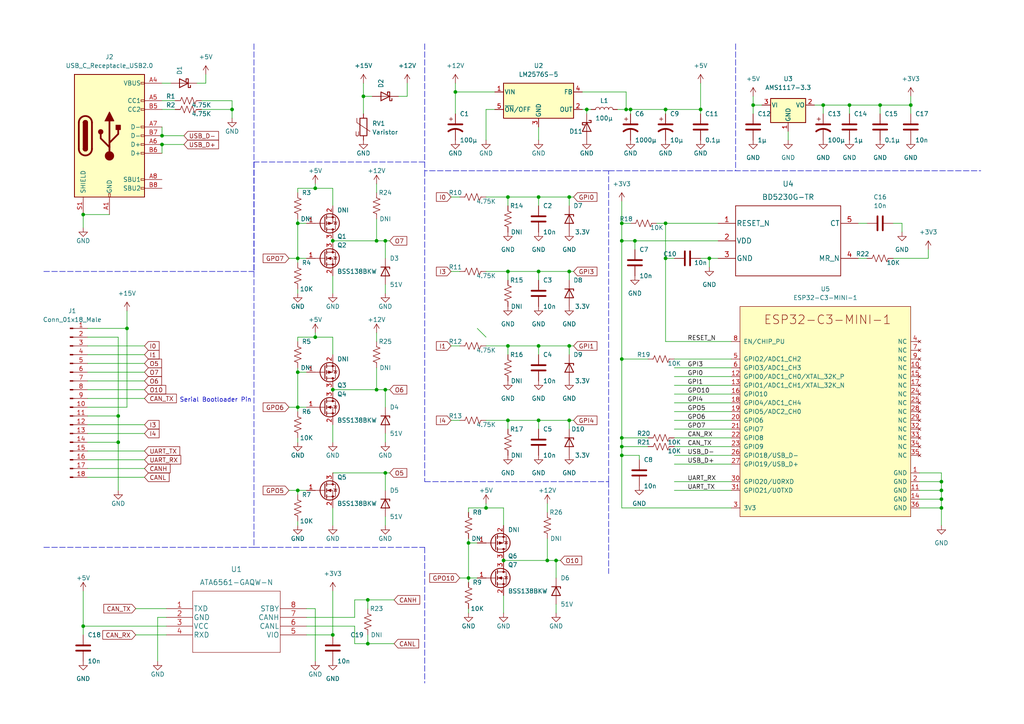
<source format=kicad_sch>
(kicad_sch (version 20211123) (generator eeschema)
  (paper "A4")
  (junction (at 67.31 31.75))
  (junction (at 96.52 113.03))
  (junction (at 106.68 186.69))
  (junction (at 156.21 100.33))
  (junction (at 158.75 162.56))
  (junction (at 109.22 113.03))
  (junction (at 184.15 69.85))
  (junction (at 193.04 64.77))
  (junction (at 165.1 121.92))
  (junction (at 140.97 147.32))
  (junction (at 24.13 62.23))
  (junction (at 180.34 69.85))
  (junction (at 86.36 142.24))
  (junction (at 36.83 95.25))
  (junction (at 106.68 173.99))
  (junction (at 165.1 78.74))
  (junction (at 273.05 144.78))
  (junction (at 146.05 162.56))
  (junction (at 135.89 167.64))
  (junction (at 111.76 69.85))
  (junction (at 180.34 64.77))
  (junction (at 91.44 54.61))
  (junction (at 273.05 142.24))
  (junction (at 246.38 30.48))
  (junction (at 205.74 74.93))
  (junction (at 111.76 113.03))
  (junction (at 193.04 74.93))
  (junction (at 86.36 118.11))
  (junction (at 135.89 157.48))
  (junction (at 156.21 121.92))
  (junction (at 255.27 30.48))
  (junction (at 203.2 31.75))
  (junction (at 161.29 162.56))
  (junction (at 156.21 57.15))
  (junction (at 46.99 41.91))
  (junction (at 182.88 31.75))
  (junction (at 96.52 184.15))
  (junction (at 109.22 69.85))
  (junction (at 264.16 30.48))
  (junction (at 180.34 104.14))
  (junction (at 273.05 147.32))
  (junction (at 165.1 100.33))
  (junction (at 96.52 69.85))
  (junction (at 273.05 139.7))
  (junction (at 180.34 129.54))
  (junction (at 180.34 127))
  (junction (at 218.44 30.48))
  (junction (at 147.32 78.74))
  (junction (at 147.32 100.33))
  (junction (at 156.21 78.74))
  (junction (at 181.61 31.75))
  (junction (at 86.36 64.77))
  (junction (at 180.34 132.08))
  (junction (at 34.29 128.27))
  (junction (at 238.76 30.48))
  (junction (at 105.41 27.94))
  (junction (at 193.04 31.75))
  (junction (at 147.32 57.15))
  (junction (at 34.29 120.65))
  (junction (at 86.36 107.95))
  (junction (at 46.99 39.37))
  (junction (at 86.36 74.93))
  (junction (at 165.1 57.15))
  (junction (at 111.76 137.16))
  (junction (at 24.13 181.61))
  (junction (at 91.44 97.79))
  (junction (at 170.18 31.75))
  (junction (at 147.32 121.92))
  (junction (at 132.08 26.67))
  (bus_entry (at 138.43 95.25) (size 2.54 2.54))
  (wire (pts (xy 106.68 184.15) (xy 106.68 186.69)))
  (polyline (pts (xy 123.19 49.53) (xy 123.19 139.7)))
  (wire (pts (xy 181.61 31.75) (xy 179.07 31.75)))
  (wire (pts (xy 39.37 176.53) (xy 48.26 176.53)))
  (wire (pts (xy 24.13 181.61) (xy 48.26 181.61)))
  (wire (pts (xy 96.52 80.01) (xy 96.52 85.09)))
  (wire (pts (xy 203.2 74.93) (xy 205.74 74.93)))
  (wire (pts (xy 195.58 104.14) (xy 212.09 104.14)))
  (wire (pts (xy 266.7 144.78) (xy 273.05 144.78)))
  (wire (pts (xy 236.22 30.48) (xy 238.76 30.48)))
  (polyline (pts (xy 123.19 158.75) (xy 123.19 198.12)))
  (wire (pts (xy 138.43 157.48) (xy 135.89 157.48)))
  (polyline (pts (xy 73.66 158.75) (xy 123.19 158.75)))
  (wire (pts (xy 161.29 162.56) (xy 161.29 167.64)))
  (wire (pts (xy 261.62 64.77) (xy 261.62 67.31)))
  (wire (pts (xy 25.4 120.65) (xy 34.29 120.65)))
  (polyline (pts (xy 213.36 12.7) (xy 213.36 49.53)))
  (wire (pts (xy 246.38 30.48) (xy 255.27 30.48)))
  (wire (pts (xy 67.31 29.21) (xy 67.31 31.75)))
  (wire (pts (xy 109.22 69.85) (xy 111.76 69.85)))
  (wire (pts (xy 165.1 78.74) (xy 165.1 81.28)))
  (wire (pts (xy 109.22 63.5) (xy 109.22 69.85)))
  (wire (pts (xy 140.97 146.05) (xy 140.97 147.32)))
  (wire (pts (xy 195.58 109.22) (xy 212.09 109.22)))
  (wire (pts (xy 130.81 78.74) (xy 133.35 78.74)))
  (wire (pts (xy 88.9 179.07) (xy 102.87 179.07)))
  (wire (pts (xy 195.58 116.84) (xy 212.09 116.84)))
  (wire (pts (xy 195.58 142.24) (xy 212.09 142.24)))
  (wire (pts (xy 180.34 127) (xy 187.96 127)))
  (wire (pts (xy 212.09 147.32) (xy 180.34 147.32)))
  (wire (pts (xy 88.9 176.53) (xy 91.44 176.53)))
  (wire (pts (xy 156.21 78.74) (xy 165.1 78.74)))
  (wire (pts (xy 203.2 31.75) (xy 203.2 33.02)))
  (wire (pts (xy 195.58 124.46) (xy 212.09 124.46)))
  (wire (pts (xy 165.1 57.15) (xy 166.37 57.15)))
  (wire (pts (xy 111.76 137.16) (xy 113.03 137.16)))
  (wire (pts (xy 109.22 113.03) (xy 111.76 113.03)))
  (wire (pts (xy 273.05 139.7) (xy 273.05 142.24)))
  (wire (pts (xy 180.34 58.42) (xy 180.34 64.77)))
  (wire (pts (xy 111.76 137.16) (xy 111.76 142.24)))
  (wire (pts (xy 218.44 30.48) (xy 220.98 30.48)))
  (wire (pts (xy 106.68 186.69) (xy 114.3 186.69)))
  (wire (pts (xy 146.05 147.32) (xy 146.05 152.4)))
  (wire (pts (xy 132.08 24.13) (xy 132.08 26.67)))
  (wire (pts (xy 135.89 156.21) (xy 135.89 157.48)))
  (wire (pts (xy 96.52 97.79) (xy 91.44 97.79)))
  (wire (pts (xy 135.89 157.48) (xy 135.89 167.64)))
  (wire (pts (xy 140.97 78.74) (xy 147.32 78.74)))
  (polyline (pts (xy 12.7 78.74) (xy 73.66 78.74)))
  (wire (pts (xy 259.08 64.77) (xy 261.62 64.77)))
  (wire (pts (xy 248.92 74.93) (xy 251.46 74.93)))
  (wire (pts (xy 193.04 74.93) (xy 193.04 99.06)))
  (wire (pts (xy 133.35 167.64) (xy 135.89 167.64)))
  (wire (pts (xy 102.87 186.69) (xy 106.68 186.69)))
  (wire (pts (xy 130.81 100.33) (xy 133.35 100.33)))
  (wire (pts (xy 24.13 184.15) (xy 24.13 181.61)))
  (wire (pts (xy 96.52 128.27) (xy 96.52 123.19)))
  (wire (pts (xy 24.13 62.23) (xy 31.75 62.23)))
  (wire (pts (xy 158.75 156.21) (xy 158.75 162.56)))
  (wire (pts (xy 255.27 30.48) (xy 264.16 30.48)))
  (wire (pts (xy 181.61 31.75) (xy 182.88 31.75)))
  (wire (pts (xy 266.7 142.24) (xy 273.05 142.24)))
  (wire (pts (xy 86.36 74.93) (xy 86.36 76.2)))
  (wire (pts (xy 195.58 114.3) (xy 212.09 114.3)))
  (wire (pts (xy 91.44 176.53) (xy 91.44 191.77)))
  (wire (pts (xy 57.15 24.13) (xy 59.69 24.13)))
  (wire (pts (xy 118.11 27.94) (xy 115.57 27.94)))
  (wire (pts (xy 39.37 184.15) (xy 48.26 184.15)))
  (wire (pts (xy 147.32 78.74) (xy 147.32 81.28)))
  (wire (pts (xy 184.15 69.85) (xy 184.15 72.39)))
  (wire (pts (xy 218.44 27.94) (xy 218.44 30.48)))
  (wire (pts (xy 132.08 33.02) (xy 132.08 26.67)))
  (wire (pts (xy 105.41 24.13) (xy 105.41 27.94)))
  (wire (pts (xy 266.7 147.32) (xy 273.05 147.32)))
  (wire (pts (xy 86.36 127) (xy 86.36 128.27)))
  (wire (pts (xy 180.34 69.85) (xy 184.15 69.85)))
  (wire (pts (xy 96.52 54.61) (xy 91.44 54.61)))
  (wire (pts (xy 193.04 74.93) (xy 195.58 74.93)))
  (wire (pts (xy 195.58 111.76) (xy 212.09 111.76)))
  (wire (pts (xy 273.05 144.78) (xy 273.05 147.32)))
  (wire (pts (xy 140.97 31.75) (xy 140.97 40.64)))
  (wire (pts (xy 228.6 38.1) (xy 228.6 40.64)))
  (wire (pts (xy 146.05 162.56) (xy 158.75 162.56)))
  (wire (pts (xy 83.82 118.11) (xy 86.36 118.11)))
  (wire (pts (xy 205.74 74.93) (xy 208.28 74.93)))
  (wire (pts (xy 140.97 147.32) (xy 135.89 147.32)))
  (wire (pts (xy 88.9 184.15) (xy 96.52 184.15)))
  (wire (pts (xy 25.4 130.81) (xy 41.91 130.81)))
  (wire (pts (xy 158.75 146.05) (xy 158.75 148.59)))
  (wire (pts (xy 111.76 85.09) (xy 111.76 82.55)))
  (wire (pts (xy 86.36 54.61) (xy 86.36 55.88)))
  (wire (pts (xy 158.75 162.56) (xy 161.29 162.56)))
  (wire (pts (xy 165.1 78.74) (xy 166.37 78.74)))
  (wire (pts (xy 105.41 27.94) (xy 105.41 33.02)))
  (wire (pts (xy 25.4 135.89) (xy 41.91 135.89)))
  (wire (pts (xy 182.88 31.75) (xy 182.88 33.02)))
  (wire (pts (xy 195.58 139.7) (xy 212.09 139.7)))
  (wire (pts (xy 180.34 127) (xy 180.34 129.54)))
  (wire (pts (xy 195.58 106.68) (xy 212.09 106.68)))
  (wire (pts (xy 195.58 127) (xy 212.09 127)))
  (wire (pts (xy 264.16 30.48) (xy 264.16 33.02)))
  (wire (pts (xy 25.4 133.35) (xy 41.91 133.35)))
  (polyline (pts (xy 123.19 139.7) (xy 176.53 139.7)))
  (wire (pts (xy 195.58 129.54) (xy 212.09 129.54)))
  (wire (pts (xy 86.36 107.95) (xy 86.36 118.11)))
  (wire (pts (xy 161.29 177.8) (xy 161.29 175.26)))
  (wire (pts (xy 161.29 162.56) (xy 162.56 162.56)))
  (wire (pts (xy 45.72 179.07) (xy 45.72 191.77)))
  (wire (pts (xy 193.04 31.75) (xy 203.2 31.75)))
  (wire (pts (xy 147.32 57.15) (xy 156.21 57.15)))
  (wire (pts (xy 130.81 57.15) (xy 133.35 57.15)))
  (wire (pts (xy 91.44 96.52) (xy 91.44 97.79)))
  (wire (pts (xy 58.42 29.21) (xy 67.31 29.21)))
  (wire (pts (xy 146.05 147.32) (xy 140.97 147.32)))
  (wire (pts (xy 34.29 128.27) (xy 34.29 142.24)))
  (wire (pts (xy 46.99 36.83) (xy 46.99 39.37)))
  (wire (pts (xy 25.4 102.87) (xy 41.91 102.87)))
  (wire (pts (xy 96.52 152.4) (xy 96.52 147.32)))
  (wire (pts (xy 147.32 57.15) (xy 147.32 59.69)))
  (wire (pts (xy 111.76 128.27) (xy 111.76 125.73)))
  (wire (pts (xy 67.31 31.75) (xy 67.31 34.29)))
  (wire (pts (xy 195.58 132.08) (xy 212.09 132.08)))
  (wire (pts (xy 168.91 31.75) (xy 170.18 31.75)))
  (wire (pts (xy 273.05 137.16) (xy 273.05 139.7)))
  (wire (pts (xy 46.99 29.21) (xy 50.8 29.21)))
  (wire (pts (xy 238.76 30.48) (xy 246.38 30.48)))
  (wire (pts (xy 86.36 64.77) (xy 86.36 74.93)))
  (wire (pts (xy 109.22 106.68) (xy 109.22 113.03)))
  (wire (pts (xy 203.2 24.13) (xy 203.2 31.75)))
  (wire (pts (xy 264.16 27.94) (xy 264.16 30.48)))
  (wire (pts (xy 88.9 107.95) (xy 86.36 107.95)))
  (wire (pts (xy 25.4 107.95) (xy 41.91 107.95)))
  (wire (pts (xy 140.97 100.33) (xy 147.32 100.33)))
  (polyline (pts (xy 176.53 49.53) (xy 284.48 49.53)))
  (wire (pts (xy 170.18 31.75) (xy 170.18 33.02)))
  (wire (pts (xy 180.34 104.14) (xy 187.96 104.14)))
  (polyline (pts (xy 12.7 158.75) (xy 73.66 158.75)))
  (wire (pts (xy 96.52 113.03) (xy 109.22 113.03)))
  (wire (pts (xy 91.44 97.79) (xy 86.36 97.79)))
  (wire (pts (xy 165.1 100.33) (xy 165.1 102.87)))
  (wire (pts (xy 180.34 104.14) (xy 180.34 127)))
  (wire (pts (xy 147.32 100.33) (xy 156.21 100.33)))
  (wire (pts (xy 195.58 121.92) (xy 212.09 121.92)))
  (wire (pts (xy 105.41 27.94) (xy 107.95 27.94)))
  (wire (pts (xy 59.69 24.13) (xy 59.69 21.59)))
  (wire (pts (xy 96.52 102.87) (xy 96.52 97.79)))
  (wire (pts (xy 91.44 54.61) (xy 86.36 54.61)))
  (wire (pts (xy 135.89 167.64) (xy 135.89 168.91)))
  (wire (pts (xy 156.21 100.33) (xy 156.21 102.87)))
  (wire (pts (xy 140.97 121.92) (xy 147.32 121.92)))
  (wire (pts (xy 36.83 95.25) (xy 36.83 118.11)))
  (wire (pts (xy 195.58 134.62) (xy 212.09 134.62)))
  (polyline (pts (xy 123.19 12.7) (xy 123.19 49.53)))
  (wire (pts (xy 147.32 121.92) (xy 147.32 124.46)))
  (wire (pts (xy 165.1 100.33) (xy 166.37 100.33)))
  (wire (pts (xy 34.29 120.65) (xy 34.29 128.27)))
  (wire (pts (xy 25.4 115.57) (xy 41.91 115.57)))
  (wire (pts (xy 156.21 78.74) (xy 156.21 81.28)))
  (wire (pts (xy 165.1 57.15) (xy 165.1 59.69)))
  (wire (pts (xy 24.13 181.61) (xy 24.13 171.45)))
  (wire (pts (xy 147.32 121.92) (xy 156.21 121.92)))
  (wire (pts (xy 86.36 106.68) (xy 86.36 107.95)))
  (wire (pts (xy 58.42 31.75) (xy 67.31 31.75)))
  (wire (pts (xy 109.22 53.34) (xy 109.22 55.88)))
  (wire (pts (xy 130.81 121.92) (xy 133.35 121.92)))
  (wire (pts (xy 156.21 57.15) (xy 165.1 57.15)))
  (polyline (pts (xy 176.53 139.7) (xy 176.53 166.37)))
  (wire (pts (xy 111.76 69.85) (xy 111.76 74.93)))
  (wire (pts (xy 205.74 74.93) (xy 205.74 77.47)))
  (wire (pts (xy 184.15 69.85) (xy 208.28 69.85)))
  (wire (pts (xy 102.87 179.07) (xy 102.87 173.99)))
  (wire (pts (xy 132.08 26.67) (xy 143.51 26.67)))
  (wire (pts (xy 185.42 133.35) (xy 185.42 132.08)))
  (wire (pts (xy 135.89 167.64) (xy 138.43 167.64)))
  (wire (pts (xy 25.4 110.49) (xy 41.91 110.49)))
  (wire (pts (xy 266.7 137.16) (xy 273.05 137.16)))
  (wire (pts (xy 111.76 69.85) (xy 113.03 69.85)))
  (wire (pts (xy 273.05 142.24) (xy 273.05 144.78)))
  (wire (pts (xy 88.9 142.24) (xy 86.36 142.24)))
  (wire (pts (xy 246.38 30.48) (xy 246.38 33.02)))
  (wire (pts (xy 147.32 78.74) (xy 156.21 78.74)))
  (wire (pts (xy 83.82 142.24) (xy 86.36 142.24)))
  (wire (pts (xy 24.13 62.23) (xy 24.13 66.04)))
  (wire (pts (xy 180.34 64.77) (xy 182.88 64.77)))
  (polyline (pts (xy 73.66 78.74) (xy 73.66 158.75)))
  (wire (pts (xy 135.89 147.32) (xy 135.89 148.59)))
  (wire (pts (xy 193.04 99.06) (xy 212.09 99.06)))
  (wire (pts (xy 86.36 83.82) (xy 86.36 85.09)))
  (wire (pts (xy 25.4 118.11) (xy 36.83 118.11)))
  (wire (pts (xy 34.29 97.79) (xy 34.29 120.65)))
  (wire (pts (xy 46.99 31.75) (xy 50.8 31.75)))
  (wire (pts (xy 102.87 173.99) (xy 106.68 173.99)))
  (wire (pts (xy 181.61 26.67) (xy 181.61 31.75)))
  (polyline (pts (xy 176.53 49.53) (xy 123.19 49.53)))
  (wire (pts (xy 156.21 40.64) (xy 156.21 36.83)))
  (wire (pts (xy 259.08 74.93) (xy 269.24 74.93)))
  (wire (pts (xy 135.89 176.53) (xy 135.89 177.8)))
  (wire (pts (xy 86.36 151.13) (xy 86.36 152.4)))
  (wire (pts (xy 25.4 113.03) (xy 41.91 113.03)))
  (wire (pts (xy 106.68 173.99) (xy 106.68 176.53)))
  (wire (pts (xy 248.92 64.77) (xy 251.46 64.77)))
  (wire (pts (xy 146.05 177.8) (xy 146.05 172.72)))
  (wire (pts (xy 165.1 121.92) (xy 166.37 121.92)))
  (wire (pts (xy 46.99 41.91) (xy 46.99 44.45)))
  (wire (pts (xy 180.34 132.08) (xy 180.34 129.54)))
  (wire (pts (xy 111.76 152.4) (xy 111.76 149.86)))
  (wire (pts (xy 180.34 132.08) (xy 185.42 132.08)))
  (wire (pts (xy 190.5 64.77) (xy 193.04 64.77)))
  (wire (pts (xy 48.26 179.07) (xy 45.72 179.07)))
  (wire (pts (xy 273.05 139.7) (xy 266.7 139.7)))
  (wire (pts (xy 88.9 181.61) (xy 102.87 181.61)))
  (wire (pts (xy 25.4 97.79) (xy 34.29 97.79)))
  (wire (pts (xy 25.4 100.33) (xy 41.91 100.33)))
  (wire (pts (xy 182.88 31.75) (xy 193.04 31.75)))
  (wire (pts (xy 96.52 137.16) (xy 111.76 137.16)))
  (wire (pts (xy 96.52 184.15) (xy 96.52 171.45)))
  (wire (pts (xy 86.36 118.11) (xy 88.9 118.11)))
  (wire (pts (xy 165.1 121.92) (xy 165.1 124.46)))
  (wire (pts (xy 156.21 57.15) (xy 156.21 59.69)))
  (wire (pts (xy 46.99 41.91) (xy 53.34 41.91)))
  (wire (pts (xy 156.21 121.92) (xy 165.1 121.92)))
  (wire (pts (xy 86.36 63.5) (xy 86.36 64.77)))
  (wire (pts (xy 170.18 31.75) (xy 171.45 31.75)))
  (wire (pts (xy 86.36 142.24) (xy 86.36 143.51)))
  (wire (pts (xy 168.91 26.67) (xy 181.61 26.67)))
  (wire (pts (xy 83.82 74.93) (xy 86.36 74.93)))
  (wire (pts (xy 156.21 100.33) (xy 165.1 100.33)))
  (wire (pts (xy 96.52 59.69) (xy 96.52 54.61)))
  (wire (pts (xy 156.21 121.92) (xy 156.21 124.46)))
  (wire (pts (xy 218.44 30.48) (xy 218.44 33.02)))
  (wire (pts (xy 180.34 147.32) (xy 180.34 132.08)))
  (wire (pts (xy 46.99 39.37) (xy 53.34 39.37)))
  (wire (pts (xy 25.4 128.27) (xy 34.29 128.27)))
  (wire (pts (xy 25.4 138.43) (xy 41.91 138.43)))
  (polyline (pts (xy 73.66 12.7) (xy 73.66 78.74)))
  (wire (pts (xy 86.36 97.79) (xy 86.36 99.06)))
  (wire (pts (xy 86.36 118.11) (xy 86.36 119.38)))
  (wire (pts (xy 106.68 173.99) (xy 114.3 173.99)))
  (wire (pts (xy 96.52 69.85) (xy 109.22 69.85)))
  (wire (pts (xy 109.22 96.52) (xy 109.22 99.06)))
  (wire (pts (xy 102.87 181.61) (xy 102.87 186.69)))
  (wire (pts (xy 25.4 95.25) (xy 36.83 95.25)))
  (wire (pts (xy 91.44 53.34) (xy 91.44 54.61)))
  (wire (pts (xy 86.36 74.93) (xy 88.9 74.93)))
  (wire (pts (xy 25.4 123.19) (xy 41.91 123.19)))
  (polyline (pts (xy 176.53 139.7) (xy 176.53 49.53)))
  (wire (pts (xy 147.32 100.33) (xy 147.32 102.87)))
  (wire (pts (xy 269.24 74.93) (xy 269.24 72.39)))
  (wire (pts (xy 143.51 31.75) (xy 140.97 31.75)))
  (wire (pts (xy 111.76 113.03) (xy 111.76 118.11)))
  (wire (pts (xy 140.97 57.15) (xy 147.32 57.15)))
  (polyline (pts (xy 73.66 46.99) (xy 73.66 78.74)))
  (wire (pts (xy 193.04 31.75) (xy 193.04 33.02)))
  (wire (pts (xy 180.34 69.85) (xy 180.34 104.14)))
  (wire (pts (xy 180.34 64.77) (xy 180.34 69.85)))
  (wire (pts (xy 118.11 24.13) (xy 118.11 27.94)))
  (wire (pts (xy 46.99 24.13) (xy 49.53 24.13)))
  (wire (pts (xy 88.9 64.77) (xy 86.36 64.77)))
  (wire (pts (xy 25.4 105.41) (xy 41.91 105.41)))
  (wire (pts (xy 193.04 64.77) (xy 193.04 74.93)))
  (polyline (pts (xy 123.19 46.99) (xy 123.19 46.99)))
  (wire (pts (xy 187.96 129.54) (xy 180.34 129.54)))
  (wire (pts (xy 208.28 64.77) (xy 193.04 64.77)))
  (wire (pts (xy 238.76 30.48) (xy 238.76 33.02)))
  (wire (pts (xy 111.76 113.03) (xy 113.03 113.03)))
  (polyline (pts (xy 123.19 46.99) (xy 73.66 46.99)))
  (wire (pts (xy 273.05 147.32) (xy 273.05 152.4)))
  (wire (pts (xy 195.58 119.38) (xy 212.09 119.38)))
  (wire (pts (xy 25.4 125.73) (xy 41.91 125.73)))
  (wire (pts (xy 255.27 30.48) (xy 255.27 33.02)))
  (wire (pts (xy 36.83 90.17) (xy 36.83 95.25)))
  (text "Serial Bootloader Pin" (at 52.07 116.84 0) (effects (font (size 1.27 1.27)) (justify left bottom)))
  (label "CAN_RX" (at 199.39 127 0))
  (label "RESET_N" (at 199.39 99.06 0))
  (label "GPO10" (at 199.39 114.3 0))
  (label "GPI1" (at 199.39 111.76 0))
  (label "GPI3" (at 199.39 106.68 0))
  (label "GPO5" (at 199.39 119.38 0))
  (label "GPO7" (at 199.39 124.46 0))
  (label "GPI0" (at 199.39 109.22 0))
  (label "USB_D-" (at 199.39 132.08 0))
  (label "CAN_TX" (at 199.39 129.54 0))
  (label "USB_D+" (at 199.39 134.62 0))
  (label "GPO6" (at 199.39 121.92 0))
  (label "UART_TX" (at 199.39 142.24 0))
  (label "GPI4" (at 199.39 116.84 0))
  (label "UART_RX" (at 199.39 139.7 0))
  (global_label "USB_D-" (shape input) (at 53.34 39.37 0) (property "Intersheet References" "${INTERSHEET_REFS}" (effects hide)))
  (global_label "CAN_TX" (shape input) (at 41.91 115.57 0) (property "Intersheet References" "${INTERSHEET_REFS}" (effects hide)))
  (global_label "I4" (shape input) (at 41.91 125.73 0) (property "Intersheet References" "${INTERSHEET_REFS}" (effects hide)))
  (global_label "O5" (shape input) (at 41.91 105.41 0) (property "Intersheet References" "${INTERSHEET_REFS}" (effects hide)))
  (global_label "GPI1" (shape input) (at 166.37 100.33 0) (property "Intersheet References" "${INTERSHEET_REFS}" (effects hide)))
  (global_label "I3" (shape input) (at 41.91 123.19 0) (property "Intersheet References" "${INTERSHEET_REFS}" (effects hide)))
  (global_label "CANL" (shape input) (at 41.91 138.43 0) (property "Intersheet References" "${INTERSHEET_REFS}" (effects hide)))
  (global_label "I4" (shape input) (at 130.81 121.92 180) (property "Intersheet References" "${INTERSHEET_REFS}" (effects hide)))
  (global_label "O5" (shape input) (at 113.03 137.16 0) (property "Intersheet References" "${INTERSHEET_REFS}" (effects hide)))
  (global_label "GPI0" (shape input) (at 166.37 57.15 0) (property "Intersheet References" "${INTERSHEET_REFS}" (effects hide)))
  (global_label "I0" (shape input) (at 130.81 57.15 180) (property "Intersheet References" "${INTERSHEET_REFS}" (effects hide)))
  (global_label "I3" (shape input) (at 130.81 78.74 180) (property "Intersheet References" "${INTERSHEET_REFS}" (effects hide)))
  (global_label "O10" (shape input) (at 41.91 113.03 0) (property "Intersheet References" "${INTERSHEET_REFS}" (effects hide)))
  (global_label "GPO10" (shape input) (at 133.35 167.64 180) (property "Intersheet References" "${INTERSHEET_REFS}" (effects hide)))
  (global_label "O7" (shape input) (at 113.03 69.85 0) (property "Intersheet References" "${INTERSHEET_REFS}" (effects hide)))
  (global_label "O10" (shape input) (at 162.56 162.56 0) (property "Intersheet References" "${INTERSHEET_REFS}" (effects hide)))
  (global_label "GPO6" (shape input) (at 83.82 118.11 180) (property "Intersheet References" "${INTERSHEET_REFS}" (effects hide)))
  (global_label "GPI4" (shape input) (at 166.37 121.92 0) (property "Intersheet References" "${INTERSHEET_REFS}" (effects hide)))
  (global_label "CANL" (shape input) (at 114.3 186.69 0) (property "Intersheet References" "${INTERSHEET_REFS}" (effects hide)))
  (global_label "I1" (shape input) (at 130.81 100.33 180) (property "Intersheet References" "${INTERSHEET_REFS}" (effects hide)))
  (global_label "UART_RX" (shape input) (at 41.91 133.35 0) (property "Intersheet References" "${INTERSHEET_REFS}" (effects hide)))
  (global_label "UART_TX" (shape input) (at 41.91 130.81 0) (property "Intersheet References" "${INTERSHEET_REFS}" (effects hide)))
  (global_label "CAN_TX" (shape input) (at 39.37 176.53 180) (property "Intersheet References" "${INTERSHEET_REFS}" (effects hide)))
  (global_label "GPO7" (shape input) (at 83.82 74.93 180) (property "Intersheet References" "${INTERSHEET_REFS}" (effects hide)))
  (global_label "O6" (shape input) (at 113.03 113.03 0) (property "Intersheet References" "${INTERSHEET_REFS}" (effects hide)))
  (global_label "I1" (shape input) (at 41.91 102.87 0) (property "Intersheet References" "${INTERSHEET_REFS}" (effects hide)))
  (global_label "I0" (shape input) (at 41.91 100.33 0) (property "Intersheet References" "${INTERSHEET_REFS}" (effects hide)))
  (global_label "CAN_RX" (shape input) (at 39.37 184.15 180) (property "Intersheet References" "${INTERSHEET_REFS}" (effects hide)))
  (global_label "CANH" (shape input) (at 114.3 173.99 0) (property "Intersheet References" "${INTERSHEET_REFS}" (effects hide)))
  (global_label "O7" (shape input) (at 41.91 107.95 0) (property "Intersheet References" "${INTERSHEET_REFS}" (effects hide)))
  (global_label "CANH" (shape input) (at 41.91 135.89 0) (property "Intersheet References" "${INTERSHEET_REFS}" (effects hide)))
  (global_label "GPI3" (shape input) (at 166.37 78.74 0) (property "Intersheet References" "${INTERSHEET_REFS}" (effects hide)))
  (global_label "USB_D+" (shape input) (at 53.34 41.91 0) (property "Intersheet References" "${INTERSHEET_REFS}" (effects hide)))
  (global_label "GPO5" (shape input) (at 83.82 142.24 180) (property "Intersheet References" "${INTERSHEET_REFS}" (effects hide)))
  (global_label "O6" (shape input) (at 41.91 110.49 0) (property "Intersheet References" "${INTERSHEET_REFS}" (effects hide)))
  (symbol (lib_id "Device:C") (at 24.13 187.96 0) (unit 1)
    (property "Reference" "C18" (at 25.4 184.15 0) (effects (justify left)))
    (property "Value" "10n" (at 25.4 191.77 0) (effects (justify left)))
    (property "Footprint" "Capacitor_SMD:C_0603_1608Metric_Pad1.08x0.95mm_HandSolder" (effects hide))
  )
  (symbol (lib_id "Device:C") (at 255.27 36.83 0) (unit 1)
    (property "Reference" "C15" (at 256.54 33.02 0) (effects (justify left)))
    (property "Value" "0.1μ" (at 256.54 40.64 0) (effects (justify left)))
    (property "Footprint" "Capacitor_SMD:C_0603_1608Metric_Pad1.08x0.95mm_HandSolder" (effects hide))
  )
  (symbol (lib_id "Device:C") (at 96.52 187.96 0) (unit 1)
    (property "Reference" "C19" (at 101.6 184.15 0) (effects (justify left)))
    (property "Value" "10n" (at 97.79 191.77 0) (effects (justify left)))
    (property "Footprint" "Capacitor_SMD:C_0603_1608Metric_Pad1.08x0.95mm_HandSolder" (effects hide))
  )
  (symbol (lib_id "power:+12V") (at 109.22 53.34 0) (unit 1)
    (property "Reference" "#PWR02" (effects hide))
    (property "Value" "+12V" (at 109.22 49.53 0))
  )
  (symbol (lib_id "Transistor_FET_cont:BSS84AKW") (at 93.98 64.77 0) (mirror x) (unit 1)
    (property "Reference" "Q1" (at 97.79 68.58 0) (effects (justify left)))
    (property "Value" "DNI" (at 97.79 60.96 0) (effects (justify left)))
    (property "Footprint" "Package_TO_SOT_SMD:SOT-323_SC-70_Handsoldering" (effects hide))
    (property "Datasheet" "https://assets.nexperia.com/documents/data-sheet/BSS84AKW.pdf" (effects hide))
  )
  (symbol (lib_id "Device:C") (at 264.16 36.83 0) (unit 1)
    (property "Reference" "C17" (at 265.43 33.02 0) (effects (justify left)))
    (property "Value" "10n" (at 265.43 40.64 0) (effects (justify left)))
    (property "Footprint" "Capacitor_SMD:C_0603_1608Metric_Pad1.08x0.95mm_HandSolder" (effects hide))
  )
  (symbol (lib_id "Device:C") (at 255.27 64.77 90) (unit 1)
    (property "Reference" "C16" (at 255.27 57.15 90))
    (property "Value" "10n" (at 255.27 59.69 90))
    (property "Footprint" "Capacitor_SMD:C_0603_1608Metric_Pad1.08x0.95mm_HandSolder" (effects hide))
  )
  (symbol (lib_id "power:GND") (at 105.41 40.64 0) (unit 1)
    (property "Reference" "#PWR0156" (effects hide))
    (property "Value" "GND" (at 105.41 44.45 0))
  )
  (symbol (lib_id "Device:C_Polarized_US") (at 193.04 36.83 0) (unit 1)
    (property "Reference" "C9" (at 194.31 33.02 0) (effects (justify left)))
    (property "Value" "10μ" (at 194.31 40.64 0) (effects (justify left)))
    (property "Footprint" "Capacitor_SMD:C_0603_1608Metric_Pad1.08x0.95mm_HandSolder" (effects hide))
  )
  (symbol (lib_id "power:GND") (at 147.32 110.49 0) (unit 1)
    (property "Reference" "#PWR0132" (effects hide))
    (property "Value" "GND" (at 147.32 115.57 0))
  )
  (symbol (lib_id "Device:D_Zener") (at 165.1 63.5 270) (unit 1)
    (property "Reference" "D7" (at 167.64 59.69 90))
    (property "Value" "3.3V" (at 168.91 67.31 90))
    (property "Footprint" "Diode_SMD:D_SOD-123" (effects hide))
  )
  (symbol (lib_id "Device:R_US") (at 135.89 152.4 180) (unit 1)
    (property "Reference" "R8" (at 138.43 148.59 0))
    (property "Value" "DNI" (at 138.43 156.21 0))
    (property "Footprint" "Resistor_SMD:R_0603_1608Metric_Pad0.98x0.95mm_HandSolder" (effects hide))
  )
  (symbol (lib_id "power:GND") (at 86.36 128.27 0) (unit 1)
    (property "Reference" "#PWR0145" (effects hide))
    (property "Value" "GND" (at 86.36 132.08 0))
  )
  (symbol (lib_id "power:+3.3V") (at 269.24 72.39 0) (unit 1)
    (property "Reference" "#PWR0110" (effects hide))
    (property "Value" "+3.3V" (at 269.24 67.31 0))
  )
  (symbol (lib_id "Device:R_US") (at 109.22 102.87 180) (unit 1)
    (property "Reference" "R25" (at 111.76 99.06 0))
    (property "Value" "DNI" (at 111.76 106.68 0))
    (property "Footprint" "Resistor_SMD:R_0603_1608Metric_Pad0.98x0.95mm_HandSolder" (effects hide))
  )
  (symbol (lib_id "Device:R_US") (at 147.32 128.27 180) (unit 1)
    (property "Reference" "R17" (at 149.86 124.46 0))
    (property "Value" "DNI" (at 149.86 132.08 0))
    (property "Footprint" "Resistor_SMD:R_0603_1608Metric_Pad0.98x0.95mm_HandSolder" (effects hide))
  )
  (symbol (lib_id "power:GND") (at 218.44 40.64 0) (unit 1)
    (property "Reference" "#PWR0104" (effects hide))
    (property "Value" "GND" (at 218.44 45.72 0))
  )
  (symbol (lib_id "Device:C") (at 156.21 106.68 0) (unit 1)
    (property "Reference" "C4" (at 157.48 102.87 0) (effects (justify left)))
    (property "Value" "10n" (at 157.48 110.49 0) (effects (justify left)))
    (property "Footprint" "Capacitor_SMD:C_0603_1608Metric_Pad1.08x0.95mm_HandSolder" (effects hide))
  )
  (symbol (lib_id "Device:C_Polarized_US") (at 132.08 36.83 0) (unit 1)
    (property "Reference" "C1" (at 133.35 33.02 0) (effects (justify left)))
    (property "Value" "100μ" (at 133.35 40.64 0) (effects (justify left)))
    (property "Footprint" "Capacitor_SMD:CP_Elec_10x10.5" (effects hide))
  )
  (symbol (lib_id "Device:C") (at 156.21 63.5 0) (unit 1)
    (property "Reference" "C2" (at 157.48 59.69 0) (effects (justify left)))
    (property "Value" "10n" (at 157.48 67.31 0) (effects (justify left)))
    (property "Footprint" "Capacitor_SMD:C_0603_1608Metric_Pad1.08x0.95mm_HandSolder" (effects hide))
  )
  (symbol (lib_id "Regulator_Linear:AMS1117-3.3") (at 228.6 30.48 0) (unit 1)
    (property "Reference" "U3" (at 228.6 22.86 0))
    (property "Value" "AMS1117-3.3" (at 228.6 25.4 0))
    (property "Footprint" "Package_TO_SOT_SMD:SOT-223-3_TabPin2" (effects hide))
    (property "Datasheet" "http://www.advanced-monolithic.com/pdf/ds1117.pdf" (effects hide))
  )
  (symbol (lib_id "power:GND") (at 140.97 40.64 0) (unit 1)
    (property "Reference" "#PWR0124" (effects hide))
    (property "Value" "GND" (at 140.97 44.45 0))
  )
  (symbol (lib_id "Regulator_Switching:LM2576S-5") (at 156.21 29.21 0) (unit 1)
    (property "Reference" "U2" (at 156.21 19.05 0))
    (property "Value" "LM2576S-5" (at 156.21 21.59 0))
    (property "Footprint" "Package_TO_SOT_SMD:TO-263-5_TabPin3" (effects hide))
    (property "Datasheet" "http://www.ti.com/lit/ds/symlink/lm2576.pdf" (effects hide))
  )
  (symbol (lib_id "Device:C") (at 156.21 85.09 0) (unit 1)
    (property "Reference" "C3" (at 157.48 81.28 0) (effects (justify left)))
    (property "Value" "10n" (at 157.48 88.9 0) (effects (justify left)))
    (property "Footprint" "Capacitor_SMD:C_0603_1608Metric_Pad1.08x0.95mm_HandSolder" (effects hide))
  )
  (symbol (lib_id "power:GND") (at 255.27 40.64 0) (unit 1)
    (property "Reference" "#PWR0106" (effects hide))
    (property "Value" "GND" (at 255.27 45.72 0))
  )
  (symbol (lib_id "power:GND") (at 185.42 140.97 0) (unit 1)
    (property "Reference" "#PWR0120" (effects hide))
    (property "Value" "GND" (at 185.42 146.05 0))
  )
  (symbol (lib_id "power:GND") (at 156.21 40.64 0) (unit 1)
    (property "Reference" "#PWR0125" (effects hide))
    (property "Value" "GND" (at 156.21 44.45 0))
  )
  (symbol (lib_id "power:GND") (at 86.36 85.09 0) (unit 1)
    (property "Reference" "#PWR0152" (effects hide))
    (property "Value" "GND" (at 86.36 88.9 0))
  )
  (symbol (lib_id "power:+12V") (at 158.75 146.05 0) (unit 1)
    (property "Reference" "#PWR04" (effects hide))
    (property "Value" "+12V" (at 158.75 142.24 0))
  )
  (symbol (lib_id "Device:R_US") (at 86.36 147.32 180) (unit 1)
    (property "Reference" "R7" (at 88.9 143.51 0))
    (property "Value" "10K" (at 88.9 151.13 0))
    (property "Footprint" "Resistor_SMD:R_0603_1608Metric_Pad0.98x0.95mm_HandSolder" (effects hide))
  )
  (symbol (lib_id "power:+15V") (at 105.41 24.13 0) (unit 1)
    (property "Reference" "#PWR0158" (effects hide))
    (property "Value" "+15V" (at 105.41 19.05 0))
  )
  (symbol (lib_id "power:+5V") (at 91.44 96.52 0) (unit 1)
    (property "Reference" "#PWR0150" (effects hide))
    (property "Value" "+5V" (at 91.44 92.71 0))
  )
  (symbol (lib_id "Device:R_US") (at 86.36 59.69 180) (unit 1)
    (property "Reference" "R3" (at 88.9 55.88 0))
    (property "Value" "DNI" (at 88.9 63.5 0))
    (property "Footprint" "Resistor_SMD:R_0603_1608Metric_Pad0.98x0.95mm_HandSolder" (effects hide))
  )
  (symbol (lib_id "power:GND") (at 238.76 40.64 0) (unit 1)
    (property "Reference" "#PWR0101" (effects hide))
    (property "Value" "GND" (at 238.76 45.72 0))
  )
  (symbol (lib_id "power:GND") (at 111.76 85.09 0) (unit 1)
    (property "Reference" "#PWR0163" (effects hide))
    (property "Value" "GND" (at 111.76 88.9 0))
  )
  (symbol (lib_id "Device:R_US") (at 191.77 127 90) (unit 1)
    (property "Reference" "R20" (at 186.69 125.73 90))
    (property "Value" "10K" (at 195.58 128.27 90))
    (property "Footprint" "Resistor_SMD:R_0603_1608Metric_Pad0.98x0.95mm_HandSolder" (effects hide))
  )
  (symbol (lib_id "Espressif:ESP32-C3-MINI-1") (at 238.76 120.65 0) (unit 1)
    (property "Reference" "U5" (at 239.395 83.82 0))
    (property "Value" "ESP32-C3-MINI-1" (at 239.395 86.36 0))
    (property "Footprint" "Espressif:ESP32-C3-MINI-1" (effects hide))
    (property "Datasheet" "https://www.espressif.com/sites/default/files/documentation/esp32-c3-mini-1_datasheet_en.pdf" (effects hide))
  )
  (symbol (lib_id "power:GND") (at 132.08 40.64 0) (unit 1)
    (property "Reference" "#PWR0126" (effects hide))
    (property "Value" "GND" (at 132.08 44.45 0))
  )
  (symbol (lib_id "Device:L") (at 175.26 31.75 90) (unit 1)
    (property "Reference" "L1" (at 175.26 29.21 90))
    (property "Value" "100μ" (at 175.26 34.29 90))
    (property "Footprint" "Inductor_SMD:L_12x12mm_H4.5mm" (effects hide))
  )
  (symbol (lib_id "Device:D_Zener") (at 111.76 121.92 270) (unit 1)
    (property "Reference" "D4" (at 113.03 118.11 90) (effects (justify left)))
    (property "Value" "51V" (at 113.03 125.73 90) (effects (justify left)))
    (property "Footprint" "Diode_SMD:D_SOD-123" (effects hide))
  )
  (symbol (lib_id "Device:R_US") (at 158.75 152.4 180) (unit 1)
    (property "Reference" "R26" (at 161.29 148.59 0))
    (property "Value" "DNI" (at 161.29 156.21 0))
    (property "Footprint" "Resistor_SMD:R_0603_1608Metric_Pad0.98x0.95mm_HandSolder" (effects hide))
  )
  (symbol (lib_id "power:GND") (at 165.1 132.08 0) (unit 1)
    (property "Reference" "#PWR0134" (effects hide))
    (property "Value" "GND" (at 165.1 137.16 0))
  )
  (symbol (lib_id "power:GND") (at 146.05 177.8 0) (unit 1)
    (property "Reference" "#PWR0139" (effects hide))
    (property "Value" "GND" (at 146.05 181.61 0))
  )
  (symbol (lib_id "power:GND") (at 273.05 152.4 0) (unit 1)
    (property "Reference" "#PWR0119" (effects hide))
    (property "Value" "GND" (at 273.05 157.48 0))
  )
  (symbol (lib_id "power:GND") (at 205.74 77.47 0) (unit 1)
    (property "Reference" "#PWR0111" (effects hide))
    (property "Value" "GND" (at 205.74 82.55 0))
  )
  (symbol (lib_id "Device:C") (at 218.44 36.83 0) (unit 1)
    (property "Reference" "C12" (at 219.71 33.02 0) (effects (justify left)))
    (property "Value" "1μ" (at 219.71 40.64 0) (effects (justify left)))
    (property "Footprint" "Capacitor_SMD:C_0603_1608Metric_Pad1.08x0.95mm_HandSolder" (effects hide))
  )
  (symbol (lib_id "power:GND") (at 170.18 40.64 0) (unit 1)
    (property "Reference" "#PWR0117" (effects hide))
    (property "Value" "GND" (at 170.18 44.45 0))
  )
  (symbol (lib_id "power:GND") (at 147.32 88.9 0) (unit 1)
    (property "Reference" "#PWR0129" (effects hide))
    (property "Value" "GND" (at 147.32 93.98 0))
  )
  (symbol (lib_id "Device:R_US") (at 147.32 85.09 180) (unit 1)
    (property "Reference" "R15" (at 149.86 81.28 0))
    (property "Value" "DNI" (at 149.86 88.9 0))
    (property "Footprint" "Resistor_SMD:R_0603_1608Metric_Pad0.98x0.95mm_HandSolder" (effects hide))
  )
  (symbol (lib_id "Device:D_Zener") (at 161.29 171.45 270) (unit 1)
    (property "Reference" "D6" (at 162.56 167.64 90) (effects (justify left)))
    (property "Value" "51V" (at 162.56 175.26 90) (effects (justify left)))
    (property "Footprint" "Diode_SMD:D_SOD-123" (effects hide))
  )
  (symbol (lib_id "Device:R_US") (at 186.69 64.77 90) (unit 1)
    (property "Reference" "R18" (at 181.61 63.5 90))
    (property "Value" "10K" (at 190.5 66.04 90))
    (property "Footprint" "Resistor_SMD:R_0603_1608Metric_Pad0.98x0.95mm_HandSolder" (effects hide))
  )
  (symbol (lib_id "Device:R_US") (at 147.32 106.68 180) (unit 1)
    (property "Reference" "R16" (at 149.86 102.87 0))
    (property "Value" "DNI" (at 149.86 110.49 0))
    (property "Footprint" "Resistor_SMD:R_0603_1608Metric_Pad0.98x0.95mm_HandSolder" (effects hide))
  )
  (symbol (lib_id "power:GND") (at 96.52 85.09 0) (unit 1)
    (property "Reference" "#PWR0151" (effects hide))
    (property "Value" "GND" (at 96.52 88.9 0))
  )
  (symbol (lib_id "Device:D_Zener") (at 165.1 85.09 270) (unit 1)
    (property "Reference" "D8" (at 167.64 81.28 90))
    (property "Value" "3.3V" (at 168.91 88.9 90))
    (property "Footprint" "Diode_SMD:D_SOD-123" (effects hide))
  )
  (symbol (lib_id "Device:D_Zener") (at 111.76 78.74 270) (unit 1)
    (property "Reference" "D3" (at 113.03 74.93 90) (effects (justify left)))
    (property "Value" "51V" (at 113.03 82.55 90) (effects (justify left)))
    (property "Footprint" "Diode_SMD:D_SOD-123" (effects hide))
  )
  (symbol (lib_id "power:GND") (at 203.2 40.64 0) (unit 1)
    (property "Reference" "#PWR0116" (effects hide))
    (property "Value" "GND" (at 203.2 44.45 0))
  )
  (symbol (lib_id "power:GND") (at 96.52 191.77 0) (unit 1)
    (property "Reference" "#PWR0164" (effects hide))
    (property "Value" "GND" (at 96.52 196.85 0))
  )
  (symbol (lib_id "power:+3.3V") (at 180.34 58.42 0) (unit 1)
    (property "Reference" "#PWR0118" (effects hide))
    (property "Value" "+3.3V" (at 180.34 53.34 0))
  )
  (symbol (lib_id "power:GND") (at 135.89 177.8 0) (unit 1)
    (property "Reference" "#PWR0140" (effects hide))
    (property "Value" "GND" (at 135.89 181.61 0))
  )
  (symbol (lib_id "Transistor_FET_cont:BSS138BKW") (at 143.51 167.64 0) (unit 1)
    (property "Reference" "Q7" (at 147.32 163.83 0) (effects (justify left)))
    (property "Value" "BSS138BKW" (at 147.32 171.45 0) (effects (justify left)))
    (property "Footprint" "Package_TO_SOT_SMD:SOT-323_SC-70_Handsoldering" (effects hide))
    (property "Datasheet" "https://assets.nexperia.com/documents/data-sheet/BSS138BKW.pdf" (effects hide))
  )
  (symbol (lib_id "Transistor_FET_cont:BSS138BKW") (at 93.98 118.11 0) (unit 1)
    (property "Reference" "Q4" (at 97.79 114.3 0) (effects (justify left)))
    (property "Value" "BSS138BKW" (at 97.79 121.92 0) (effects (justify left)))
    (property "Footprint" "Package_TO_SOT_SMD:SOT-323_SC-70_Handsoldering" (effects hide))
    (property "Datasheet" "https://assets.nexperia.com/documents/data-sheet/BSS138BKW.pdf" (effects hide))
  )
  (symbol (lib_id "power:+5V") (at 140.97 146.05 0) (unit 1)
    (property "Reference" "#PWR0137" (effects hide))
    (property "Value" "+5V" (at 140.97 142.24 0))
  )
  (symbol (lib_id "power:+5V") (at 203.2 24.13 0) (unit 1)
    (property "Reference" "#PWR0113" (effects hide))
    (property "Value" "+5V" (at 203.2 19.05 0))
  )
  (symbol (lib_id "Device:R_US") (at 137.16 121.92 90) (unit 1)
    (property "Reference" "R13" (at 132.08 120.65 90))
    (property "Value" "4.75K" (at 140.97 123.19 90))
    (property "Footprint" "Resistor_SMD:R_0603_1608Metric_Pad0.98x0.95mm_HandSolder" (effects hide))
  )
  (symbol (lib_id "power:GND") (at 96.52 152.4 0) (unit 1)
    (property "Reference" "#PWR0144" (effects hide))
    (property "Value" "GND" (at 96.52 156.21 0))
  )
  (symbol (lib_id "Device:D_Zener") (at 111.76 146.05 270) (unit 1)
    (property "Reference" "D5" (at 113.03 142.24 90) (effects (justify left)))
    (property "Value" "51V" (at 113.03 149.86 90) (effects (justify left)))
    (property "Footprint" "Diode_SMD:D_SOD-123" (effects hide))
  )
  (symbol (lib_id "power:GND") (at 156.21 88.9 0) (unit 1)
    (property "Reference" "#PWR0130" (effects hide))
    (property "Value" "GND" (at 156.21 93.98 0))
  )
  (symbol (lib_id "Microchip:ATA6561-GAQW-N") (at 48.26 176.53 0) (unit 1)
    (property "Reference" "U1" (at 68.58 165.1 0) (effects (font (size 1.524 1.524))))
    (property "Value" "ATA6561-GAQW-N" (at 68.58 168.91 0) (effects (font (size 1.524 1.524))))
    (property "Footprint" "Microchip:ATA6561-GAQW-N" (effects hide))
  )
  (symbol (lib_id "Device:D_Zener") (at 165.1 128.27 270) (unit 1)
    (property "Reference" "D10" (at 167.64 124.46 90))
    (property "Value" "3.3V" (at 168.91 132.08 90))
    (property "Footprint" "Diode_SMD:D_SOD-123" (effects hide))
  )
  (symbol (lib_id "power:GND") (at 24.13 191.77 0) (unit 1)
    (property "Reference" "#PWR01" (effects hide))
    (property "Value" "GND" (at 24.13 196.85 0))
  )
  (symbol (lib_id "power:+12V") (at 132.08 24.13 0) (unit 1)
    (property "Reference" "#PWR0123" (effects hide))
    (property "Value" "+12V" (at 132.08 19.05 0))
  )
  (symbol (lib_id "power:GND") (at 96.52 128.27 0) (unit 1)
    (property "Reference" "#PWR0146" (effects hide))
    (property "Value" "GND" (at 96.52 132.08 0))
  )
  (symbol (lib_id "Device:R_US") (at 135.89 172.72 180) (unit 1)
    (property "Reference" "R9" (at 138.43 168.91 0))
    (property "Value" "10K" (at 138.43 176.53 0))
    (property "Footprint" "Resistor_SMD:R_0603_1608Metric_Pad0.98x0.95mm_HandSolder" (effects hide))
  )
  (symbol (lib_id "power:+5V") (at 24.13 171.45 0) (unit 1)
    (property "Reference" "#PWR0161" (effects hide))
    (property "Value" "+5V" (at 24.13 167.64 0))
  )
  (symbol (lib_id "Transistor_FET_cont:BSS84AKW") (at 93.98 107.95 0) (mirror x) (unit 1)
    (property "Reference" "Q3" (at 97.79 111.76 0) (effects (justify left)))
    (property "Value" "DNI" (at 97.79 104.14 0) (effects (justify left)))
    (property "Footprint" "Package_TO_SOT_SMD:SOT-323_SC-70_Handsoldering" (effects hide))
    (property "Datasheet" "https://assets.nexperia.com/documents/data-sheet/BSS84AKW.pdf" (effects hide))
  )
  (symbol (lib_id "Device:R_US") (at 106.68 180.34 180) (unit 1)
    (property "Reference" "R23" (at 109.22 176.53 0))
    (property "Value" "DNI" (at 109.22 184.15 0))
    (property "Footprint" "Resistor_SMD:R_0603_1608Metric_Pad0.98x0.95mm_HandSolder" (effects hide))
  )
  (symbol (lib_id "power:GND") (at 86.36 152.4 0) (unit 1)
    (property "Reference" "#PWR0149" (effects hide))
    (property "Value" "GND" (at 86.36 156.21 0))
  )
  (symbol (lib_id "Transistor_FET_cont:BSS138BKW") (at 93.98 142.24 0) (unit 1)
    (property "Reference" "Q5" (at 97.79 138.43 0) (effects (justify left)))
    (property "Value" "BSS138BKW" (at 97.79 146.05 0) (effects (justify left)))
    (property "Footprint" "Package_TO_SOT_SMD:SOT-323_SC-70_Handsoldering" (effects hide))
    (property "Datasheet" "https://assets.nexperia.com/documents/data-sheet/BSS138BKW.pdf" (effects hide))
  )
  (symbol (lib_id "Device:D_Schottky") (at 170.18 36.83 270) (unit 1)
    (property "Reference" "D11" (at 165.1 38.1 90) (effects (justify left)))
    (property "Value" "D_Schottky" (effects hide))
    (property "Footprint" "Diode_SMD:D_SOD-123" (effects hide))
  )
  (symbol (lib_id "power:GND") (at 156.21 67.31 0) (unit 1)
    (property "Reference" "#PWR0121" (effects hide))
    (property "Value" "GND" (at 156.21 72.39 0))
  )
  (symbol (lib_id "power:+3.3V") (at 96.52 171.45 0) (unit 1)
    (property "Reference" "#PWR0148" (effects hide))
    (property "Value" "+3.3V" (at 96.52 166.37 0))
  )
  (symbol (lib_id "Device:C") (at 185.42 137.16 0) (unit 1)
    (property "Reference" "C8" (at 186.69 133.35 0) (effects (justify left)))
    (property "Value" "10n" (at 186.69 140.97 0) (effects (justify left)))
    (property "Footprint" "Capacitor_SMD:C_0603_1608Metric_Pad1.08x0.95mm_HandSolder" (effects hide))
  )
  (symbol (lib_id "power:+12V") (at 109.22 96.52 0) (unit 1)
    (property "Reference" "#PWR03" (effects hide))
    (property "Value" "+12V" (at 109.22 92.71 0))
  )
  (symbol (lib_id "Device:C") (at 199.39 74.93 90) (unit 1)
    (property "Reference" "C10" (at 194.31 73.66 90))
    (property "Value" "10n" (at 203.2 76.2 90))
    (property "Footprint" "Capacitor_SMD:C_0603_1608Metric_Pad1.08x0.95mm_HandSolder" (effects hide))
  )
  (symbol (lib_id "power:GND") (at 24.13 66.04 0) (unit 1)
    (property "Reference" "#PWR0155" (effects hide))
    (property "Value" "GND" (at 24.13 69.85 0))
  )
  (symbol (lib_id "power:GND") (at 261.62 67.31 0) (unit 1)
    (property "Reference" "#PWR0109" (effects hide))
    (property "Value" "GND" (at 261.62 72.39 0))
  )
  (symbol (lib_id "Transistor_FET_cont:BSS138BKW") (at 93.98 74.93 0) (unit 1)
    (property "Reference" "Q2" (at 97.79 71.12 0) (effects (justify left)))
    (property "Value" "BSS138BKW" (at 97.79 78.74 0) (effects (justify left)))
    (property "Footprint" "Package_TO_SOT_SMD:SOT-323_SC-70_Handsoldering" (effects hide))
    (property "Datasheet" "https://assets.nexperia.com/documents/data-sheet/BSS138BKW.pdf" (effects hide))
  )
  (symbol (lib_id "Device:R_US") (at 191.77 104.14 90) (unit 1)
    (property "Reference" "R19" (at 186.69 102.87 90))
    (property "Value" "10K" (at 195.58 105.41 90))
    (property "Footprint" "Resistor_SMD:R_0603_1608Metric_Pad0.98x0.95mm_HandSolder" (effects hide))
  )
  (symbol (lib_id "power:GND") (at 246.38 40.64 0) (unit 1)
    (property "Reference" "#PWR0102" (effects hide))
    (property "Value" "GND" (at 246.38 45.72 0))
  )
  (symbol (lib_id "Device:C") (at 203.2 36.83 0) (unit 1)
    (property "Reference" "C11" (at 204.47 33.02 0) (effects (justify left)))
    (property "Value" "0.1μ" (at 204.47 40.64 0) (effects (justify left)))
    (property "Footprint" "Capacitor_SMD:C_0603_1608Metric_Pad1.08x0.95mm_HandSolder" (effects hide))
  )
  (symbol (lib_id "power:GND") (at 111.76 128.27 0) (unit 1)
    (property "Reference" "#PWR0147" (effects hide))
    (property "Value" "GND" (at 111.76 132.08 0))
  )
  (symbol (lib_id "power:+5V") (at 218.44 27.94 0) (unit 1)
    (property "Reference" "#PWR0103" (effects hide))
    (property "Value" "+5V" (at 218.44 22.86 0))
  )
  (symbol (lib_id "power:GND") (at 193.04 40.64 0) (unit 1)
    (property "Reference" "#PWR0114" (effects hide))
    (property "Value" "GND" (at 193.04 44.45 0))
  )
  (symbol (lib_id "power:GND") (at 182.88 40.64 0) (unit 1)
    (property "Reference" "#PWR0115" (effects hide))
    (property "Value" "GND" (at 182.88 44.45 0))
  )
  (symbol (lib_id "TI:TPS3840DL18DBVR") (at 228.6 69.85 0) (unit 1)
    (property "Reference" "U4" (at 228.6 53.34 0) (effects (font (size 1.524 1.524))))
    (property "Value" "BD5230G-TR" (at 228.6 57.15 0) (effects (font (size 1.524 1.524))))
    (property "Footprint" "TI:TPS3840DL18DBVR" (effects hide))
  )
  (symbol (lib_id "power:GND") (at 264.16 40.64 0) (unit 1)
    (property "Reference" "#PWR0107" (effects hide))
    (property "Value" "GND" (at 264.16 45.72 0))
  )
  (symbol (lib_id "power:+5V") (at 91.44 53.34 0) (unit 1)
    (property "Reference" "#PWR0162" (effects hide))
    (property "Value" "+5V" (at 91.44 49.53 0))
  )
  (symbol (lib_id "power:GND") (at 156.21 132.08 0) (unit 1)
    (property "Reference" "#PWR0136" (effects hide))
    (property "Value" "GND" (at 156.21 137.16 0))
  )
  (symbol (lib_id "Device:R_US") (at 86.36 102.87 180) (unit 1)
    (property "Reference" "R5" (at 88.9 99.06 0))
    (property "Value" "DNI" (at 88.9 106.68 0))
    (property "Footprint" "Resistor_SMD:R_0603_1608Metric_Pad0.98x0.95mm_HandSolder" (effects hide))
  )
  (symbol (lib_id "Device:R_US") (at 137.16 100.33 90) (unit 1)
    (property "Reference" "R12" (at 132.08 99.06 90))
    (property "Value" "4.75K" (at 140.97 101.6 90))
    (property "Footprint" "Resistor_SMD:R_0603_1608Metric_Pad0.98x0.95mm_HandSolder" (effects hide))
  )
  (symbol (lib_id "power:GND") (at 91.44 191.77 0) (unit 1)
    (property "Reference" "#PWR0160" (effects hide))
    (property "Value" "GND" (at 91.44 195.58 0))
  )
  (symbol (lib_id "Device:R_US") (at 86.36 123.19 180) (unit 1)
    (property "Reference" "R6" (at 88.9 119.38 0))
    (property "Value" "10K" (at 88.9 127 0))
    (property "Footprint" "Resistor_SMD:R_0603_1608Metric_Pad0.98x0.95mm_HandSolder" (effects hide))
  )
  (symbol (lib_id "power:GND") (at 45.72 191.77 0) (unit 1)
    (property "Reference" "#PWR0159" (effects hide))
    (property "Value" "GND" (at 45.72 195.58 0))
  )
  (symbol (lib_id "Device:C_Polarized_US") (at 238.76 36.83 0) (unit 1)
    (property "Reference" "C13" (at 240.03 33.02 0) (effects (justify left)))
    (property "Value" "100μ" (at 240.03 40.64 0) (effects (justify left)))
    (property "Footprint" "Capacitor_SMD:CP_Elec_10x10.5" (effects hide))
  )
  (symbol (lib_id "Device:R_US") (at 86.36 80.01 180) (unit 1)
    (property "Reference" "R4" (at 88.9 76.2 0))
    (property "Value" "10K" (at 88.9 83.82 0))
    (property "Footprint" "Resistor_SMD:R_0603_1608Metric_Pad0.98x0.95mm_HandSolder" (effects hide))
  )
  (symbol (lib_id "power:GND") (at 34.29 142.24 0) (unit 1)
    (property "Reference" "#PWR0143" (effects hide))
    (property "Value" "GND" (at 34.29 146.05 0))
  )
  (symbol (lib_id "power:+5V") (at 59.69 21.59 0) (unit 1)
    (property "Reference" "#PWR0153" (effects hide))
    (property "Value" "+5V" (at 59.69 16.51 0))
  )
  (symbol (lib_id "Device:R_US") (at 255.27 74.93 90) (unit 1)
    (property "Reference" "R22" (at 250.19 73.66 90))
    (property "Value" "10K" (at 259.08 76.2 90))
    (property "Footprint" "Resistor_SMD:R_0603_1608Metric_Pad0.98x0.95mm_HandSolder" (effects hide))
  )
  (symbol (lib_id "Device:D_Schottky") (at 53.34 24.13 180) (unit 1)
    (property "Reference" "D1" (at 52.07 19.05 90) (effects (justify left)))
    (property "Value" "D_Schottky" (effects hide))
    (property "Footprint" "Diode_SMD:D_SOD-123" (effects hide))
  )
  (symbol (lib_id "Transistor_FET_cont:BSS84AKW") (at 143.51 157.48 0) (mirror x) (unit 1)
    (property "Reference" "Q6" (at 147.32 161.29 0) (effects (justify left)))
    (property "Value" "DNI" (at 147.32 153.67 0) (effects (justify left)))
    (property "Footprint" "Package_TO_SOT_SMD:SOT-323_SC-70_Handsoldering" (effects hide))
    (property "Datasheet" "https://assets.nexperia.com/documents/data-sheet/BSS84AKW.pdf" (effects hide))
  )
  (symbol (lib_id "Device:R_US") (at 191.77 129.54 90) (unit 1)
    (property "Reference" "R21" (at 186.69 128.27 90))
    (property "Value" "10K" (at 195.58 130.81 90))
    (property "Footprint" "Resistor_SMD:R_0603_1608Metric_Pad0.98x0.95mm_HandSolder" (effects hide))
  )
  (symbol (lib_id "power:+12V") (at 118.11 24.13 0) (unit 1)
    (property "Reference" "#PWR0157" (effects hide))
    (property "Value" "+12V" (at 118.11 19.05 0))
  )
  (symbol (lib_id "power:GND") (at 165.1 67.31 0) (unit 1)
    (property "Reference" "#PWR0127" (effects hide))
    (property "Value" "GND" (at 165.1 72.39 0))
  )
  (symbol (lib_id "Device:C_Polarized_US") (at 182.88 36.83 0) (unit 1)
    (property "Reference" "C6" (at 184.15 33.02 0) (effects (justify left)))
    (property "Value" "1000μ" (at 184.15 40.64 0) (effects (justify left)))
    (property "Footprint" "Capacitor_SMD:CP_Elec_10x10.5" (effects hide))
  )
  (symbol (lib_id "Device:R_US") (at 137.16 57.15 90) (unit 1)
    (property "Reference" "R10" (at 132.08 55.88 90))
    (property "Value" "4.75K" (at 140.97 58.42 90))
    (property "Footprint" "Resistor_SMD:R_0603_1608Metric_Pad0.98x0.95mm_HandSolder" (effects hide))
  )
  (symbol (lib_id "Device:R_US") (at 109.22 59.69 180) (unit 1)
    (property "Reference" "R24" (at 111.76 55.88 0))
    (property "Value" "DNI" (at 111.76 63.5 0))
    (property "Footprint" "Resistor_SMD:R_0603_1608Metric_Pad0.98x0.95mm_HandSolder" (effects hide))
  )
  (symbol (lib_id "power:GND") (at 156.21 110.49 0) (unit 1)
    (property "Reference" "#PWR0133" (effects hide))
    (property "Value" "GND" (at 156.21 115.57 0))
  )
  (symbol (lib_id "power:+15V") (at 36.83 90.17 0) (unit 1)
    (property "Reference" "#PWR0142" (effects hide))
    (property "Value" "+15V" (at 36.83 85.09 0))
  )
  (symbol (lib_id "Connector:Conn_01x18_Male") (at 20.32 115.57 0) (unit 1)
    (property "Reference" "J1" (at 20.955 90.17 0))
    (property "Value" "Conn_01x18_Male" (at 20.955 92.71 0))
    (property "Footprint" "MX23A:MX23A18NF1" (effects hide))
  )
  (symbol (lib_id "Device:R_US") (at 147.32 63.5 180) (unit 1)
    (property "Reference" "R14" (at 149.86 59.69 0))
    (property "Value" "DNI" (at 149.86 67.31 0))
    (property "Footprint" "Resistor_SMD:R_0603_1608Metric_Pad0.98x0.95mm_HandSolder" (effects hide))
  )
  (symbol (lib_id "power:GND") (at 161.29 177.8 0) (unit 1)
    (property "Reference" "#PWR0138" (effects hide))
    (property "Value" "GND" (at 161.29 181.61 0))
  )
  (symbol (lib_id "power:GND") (at 228.6 40.64 0) (unit 1)
    (property "Reference" "#PWR0105" (effects hide))
    (property "Value" "GND" (at 228.6 45.72 0))
  )
  (symbol (lib_id "power:GND") (at 147.32 132.08 0) (unit 1)
    (property "Reference" "#PWR0135" (effects hide))
    (property "Value" "GND" (at 147.32 137.16 0))
  )
  (symbol (lib_id "power:GND") (at 67.31 34.29 0) (unit 1)
    (property "Reference" "#PWR0154" (effects hide))
    (property "Value" "GND" (at 67.31 38.1 0))
  )
  (symbol (lib_id "power:GND") (at 165.1 88.9 0) (unit 1)
    (property "Reference" "#PWR0128" (effects hide))
    (property "Value" "GND" (at 165.1 93.98 0))
  )
  (symbol (lib_id "power:GND") (at 111.76 152.4 0) (unit 1)
    (property "Reference" "#PWR0141" (effects hide))
    (property "Value" "GND" (at 111.76 156.21 0))
  )
  (symbol (lib_id "Device:D_Zener") (at 165.1 106.68 270) (unit 1)
    (property "Reference" "D9" (at 167.64 102.87 90))
    (property "Value" "3.3V" (at 168.91 110.49 90))
    (property "Footprint" "Diode_SMD:D_SOD-123" (effects hide))
  )
  (symbol (lib_id "Device:R_US") (at 54.61 31.75 90) (unit 1)
    (property "Reference" "R2" (at 49.53 30.48 90))
    (property "Value" "4.75K" (at 58.42 33.02 90))
    (property "Footprint" "Resistor_SMD:R_0603_1608Metric_Pad0.98x0.95mm_HandSolder" (effects hide))
  )
  (symbol (lib_id "Device:R_US") (at 137.16 78.74 90) (unit 1)
    (property "Reference" "R11" (at 132.08 77.47 90))
    (property "Value" "4.75K" (at 140.97 80.01 90))
    (property "Footprint" "Resistor_SMD:R_0603_1608Metric_Pad0.98x0.95mm_HandSolder" (effects hide))
  )
  (symbol (lib_id "power:GND") (at 165.1 110.49 0) (unit 1)
    (property "Reference" "#PWR0131" (effects hide))
    (property "Value" "GND" (at 165.1 115.57 0))
  )
  (symbol (lib_id "Device:R_US") (at 54.61 29.21 90) (unit 1)
    (property "Reference" "R1" (at 49.53 27.94 90))
    (property "Value" "4.75K" (at 58.42 30.48 90))
    (property "Footprint" "Resistor_SMD:R_0603_1608Metric_Pad0.98x0.95mm_HandSolder" (effects hide))
  )
  (symbol (lib_id "power:GND") (at 147.32 67.31 0) (unit 1)
    (property "Reference" "#PWR0122" (effects hide))
    (property "Value" "GND" (at 147.32 72.39 0))
  )
  (symbol (lib_id "power:+3.3V") (at 264.16 27.94 0) (unit 1)
    (property "Reference" "#PWR0108" (effects hide))
    (property "Value" "+3.3V" (at 264.16 22.86 0))
  )
  (symbol (lib_id "Device:Varistor") (at 105.41 36.83 0) (unit 1)
    (property "Reference" "RV1" (at 107.95 35.8131 0) (effects (justify left)))
    (property "Value" "Varistor" (at 107.95 38.3531 0) (effects (justify left)))
    (property "Footprint" "Varistor:RV_Disc_D15.5mm_W3.9mm_P7.5mm" (effects hide))
  )
  (symbol (lib_id "Device:D_Schottky") (at 111.76 27.94 180) (unit 1)
    (property "Reference" "D2" (at 110.49 22.86 90) (effects (justify left)))
    (property "Value" "D_Schottky" (effects hide))
    (property "Footprint" "Diode_SMD:D_SOD-123" (effects hide))
  )
  (symbol (lib_id "Device:C") (at 184.15 76.2 0) (unit 1)
    (property "Reference" "C7" (at 185.42 72.39 0) (effects (justify left)))
    (property "Value" "10n" (at 185.42 80.01 0) (effects (justify left)))
    (property "Footprint" "Capacitor_SMD:C_0603_1608Metric_Pad1.08x0.95mm_HandSolder" (effects hide))
  )
  (symbol (lib_id "Device:C") (at 246.38 36.83 0) (unit 1)
    (property "Reference" "C14" (at 247.65 33.02 0) (effects (justify left)))
    (property "Value" "1μ" (at 247.65 40.64 0) (effects (justify left)))
    (property "Footprint" "Capacitor_SMD:C_0603_1608Metric_Pad1.08x0.95mm_HandSolder" (effects hide))
  )
  (symbol (lib_id "Device:C") (at 156.21 128.27 0) (unit 1)
    (property "Reference" "C5" (at 157.48 124.46 0) (effects (justify left)))
    (property "Value" "10n" (at 157.48 132.08 0) (effects (justify left)))
    (property "Footprint" "Capacitor_SMD:C_0603_1608Metric_Pad1.08x0.95mm_HandSolder" (effects hide))
  )
  (symbol (lib_id "Connector:USB_C_Receptacle_USB2.0") (at 31.75 39.37 0) (unit 1)
    (property "Reference" "J2" (at 31.75 16.51 0))
    (property "Value" "USB_C_Receptacle_USB2.0" (at 31.75 19.05 0))
    (property "Footprint" "USBC:USB_TYPE_C_DS_5" (effects hide))
    (property "Datasheet" "https://www.usb.org/sites/default/files/documents/usb_type-c.zip" (effects hide))
  )
  (symbol (lib_id "power:GND") (at 184.15 80.01 0) (unit 1)
    (property "Reference" "#PWR0112" (effects hide))
    (property "Value" "GND" (at 184.15 85.09 0))
  )
)
</source>
